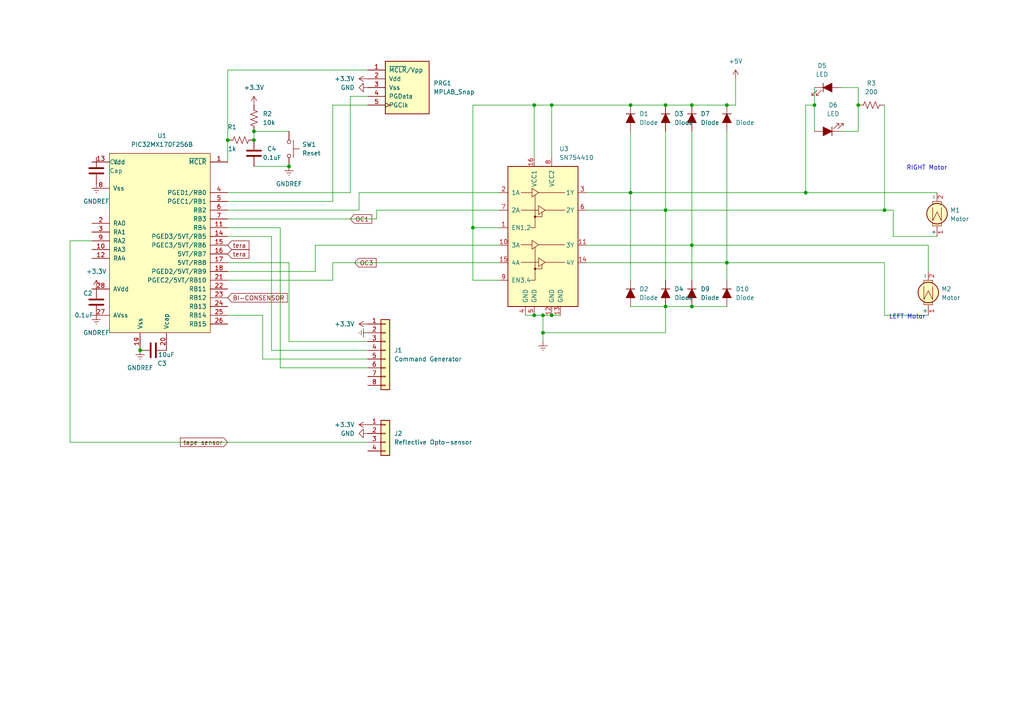
<source format=kicad_sch>
(kicad_sch (version 20230121) (generator eeschema)
  (paper "A4")
  (lib_symbols
    (symbol "ME218_BaseLib:Cap" (pin_numbers hide) (pin_names (offset 0.254))
      (property "Reference" "C" (at 0.635 2.54 0))
      (property "Value" "Cap" (at 0.635 -2.54 0))
      (symbol "Cap_0_1"
        (polyline (pts (xy -2.032 -0.762) (xy 2.032 -0.762)) (stroke (width 0.508)))
        (polyline (pts (xy -2.032 0.762) (xy 2.032 0.762)) (stroke (width 0.508)))
      )
      (symbol "Cap_1_1"
        (pin passive line (at 0 3.81 270) (length 2.794) (name "~") (number "1"))
        (pin passive line (at 0 -3.81 90) (length 2.794) (name "~") (number "2"))
      )
    )
    (symbol "ME218_BaseLib:Diode" (pin_numbers hide) (pin_names (offset 1.016) hide)
      (property "Reference" "D" (at 0 2.54 0))
      (property "Value" "Diode" (at 0 -2.54 0))
      (symbol "Diode_0_1"
        (polyline (pts (xy -1.27 1.27) (xy -1.27 -1.27)) (stroke (width 0.2032)))
        (polyline (pts (xy 1.27 0) (xy -1.27 0)))
        (polyline (pts (xy 1.27 1.27) (xy 1.27 -1.27) (xy -1.27 0) (xy 1.27 1.27)) (stroke (width 0.2032)) (fill (type outline)))
      )
      (symbol "Diode_1_1"
        (pin passive line (at -3.81 0 0) (length 2.54) (name "K") (number "1"))
        (pin passive line (at 3.81 0 180) (length 2.54) (name "A") (number "2"))
      )
    )
    (symbol "ME218_BaseLib:L293NE" (pin_names (offset 1.016))
      (property "Reference" "U" (at -5.08 26.035 0))
      (property "Value" "L293NE" (at -5.08 24.13 0))
      (symbol "L293NE_0_1"
        (rectangle (start -10.16 22.86) (end 10.16 -17.78) (stroke (width 0.254)) (fill (type background)))
        (circle (center -2.286 -6.858) (radius 0.254) (fill (type outline)))
        (circle (center -2.286 8.255) (radius 0.254) (fill (type outline)))
        (polyline (pts (xy -6.35 -4.953) (xy -1.27 -4.953)))
        (polyline (pts (xy -6.35 0.127) (xy -3.175 0.127)))
        (polyline (pts (xy -6.35 10.16) (xy -1.27 10.16)))
        (polyline (pts (xy -6.35 15.24) (xy -3.175 15.24)))
        (polyline (pts (xy -1.27 0.127) (xy 6.35 0.127)))
        (polyline (pts (xy -1.27 15.24) (xy 6.35 15.24)))
        (polyline (pts (xy 0.635 -4.953) (xy 6.35 -4.953)))
        (polyline (pts (xy 0.635 10.16) (xy 6.35 10.16)))
        (polyline (pts (xy -2.286 -6.858) (xy -0.254 -6.858) (xy -0.254 -5.588)))
        (polyline (pts (xy -2.286 -0.635) (xy -2.286 -10.16) (xy -3.556 -10.16)))
        (polyline (pts (xy -2.286 8.255) (xy -0.254 8.255) (xy -0.254 9.525)))
        (polyline (pts (xy -2.286 14.478) (xy -2.286 5.08) (xy -3.556 5.08)))
        (polyline (pts (xy -3.175 1.397) (xy -3.175 -1.143) (xy -1.27 0.127) (xy -3.175 1.397)))
        (polyline (pts (xy -3.175 16.51) (xy -3.175 13.97) (xy -1.27 15.24) (xy -3.175 16.51)))
        (polyline (pts (xy -1.27 -3.683) (xy -1.27 -6.223) (xy 0.635 -4.953) (xy -1.27 -3.683)))
        (polyline (pts (xy -1.27 11.43) (xy -1.27 8.89) (xy 0.635 10.16) (xy -1.27 11.43)))
      )
      (symbol "L293NE_1_1"
        (pin input line (at -12.7 5.08 0) (length 2.54) (name "EN1,2") (number "1"))
        (pin input line (at -12.7 0 0) (length 2.54) (name "3A") (number "10"))
        (pin output line (at 12.7 0 180) (length 2.54) (name "3Y") (number "11"))
        (pin power_in line (at 2.54 -20.32 90) (length 2.54) (name "GND") (number "12"))
        (pin power_in line (at 5.08 -20.32 90) (length 2.54) (name "GND") (number "13"))
        (pin output line (at 12.7 -5.08 180) (length 2.54) (name "4Y") (number "14"))
        (pin input line (at -12.7 -5.08 0) (length 2.54) (name "4A") (number "15"))
        (pin power_in line (at -2.54 25.4 270) (length 2.54) (name "VCC1") (number "16"))
        (pin input line (at -12.7 15.24 0) (length 2.54) (name "1A") (number "2"))
        (pin output line (at 12.7 15.24 180) (length 2.54) (name "1Y") (number "3"))
        (pin power_in line (at -5.08 -20.32 90) (length 2.54) (name "GND") (number "4"))
        (pin power_in line (at -2.54 -20.32 90) (length 2.54) (name "GND") (number "5"))
        (pin output line (at 12.7 10.16 180) (length 2.54) (name "2Y") (number "6"))
        (pin input line (at -12.7 10.16 0) (length 2.54) (name "2A") (number "7"))
        (pin power_in line (at 2.54 25.4 270) (length 2.54) (name "VCC2") (number "8"))
        (pin input line (at -12.7 -10.16 0) (length 2.54) (name "EN3,4") (number "9"))
      )
    )
    (symbol "ME218_BaseLib:LED" (pin_numbers hide) (pin_names (offset 1.016) hide)
      (property "Reference" "D" (at 0 2.54 0))
      (property "Value" "LED" (at 0 -2.54 0))
      (symbol "LED_0_1"
        (polyline (pts (xy -1.27 -1.27) (xy -1.27 1.27)) (stroke (width 0.2032)))
        (polyline (pts (xy -1.27 0) (xy 1.27 0)))
        (polyline (pts (xy 1.27 -1.27) (xy 1.27 1.27) (xy -1.27 0) (xy 1.27 -1.27)) (stroke (width 0.2032)) (fill (type outline)))
        (polyline (pts (xy -3.048 -0.762) (xy -4.572 -2.286) (xy -3.81 -2.286) (xy -4.572 -2.286) (xy -4.572 -1.524)))
        (polyline (pts (xy -1.778 -0.762) (xy -3.302 -2.286) (xy -2.54 -2.286) (xy -3.302 -2.286) (xy -3.302 -1.524)))
      )
      (symbol "LED_1_1"
        (pin passive line (at -3.81 0 0) (length 2.54) (name "K") (number "1"))
        (pin passive line (at 3.81 0 180) (length 2.54) (name "A") (number "2"))
      )
    )
    (symbol "ME218_BaseLib:MPLAB_Snap" (pin_names (offset 1.016))
      (property "Reference" "PRG" (at 0 8.89 0))
      (property "Value" "MPLAB_Snap" (at 8.89 1.27 90))
      (symbol "MPLAB_Snap_0_1"
        (rectangle (start -6.35 7.62) (end 6.35 -7.62) (stroke (width 0.254)) (fill (type background)))
      )
      (symbol "MPLAB_Snap_1_1"
        (pin output line (at -11.43 5.08 0) (length 5.08) (name "~{MCLR}/Vpp") (number "1"))
        (pin input line (at -11.43 2.54 0) (length 5.08) (name "Vdd") (number "2"))
        (pin input line (at -11.43 0 0) (length 5.08) (name "Vss") (number "3"))
        (pin bidirectional line (at -11.43 -2.54 0) (length 5.08) (name "PGData") (number "4"))
        (pin output clock (at -11.43 -5.08 0) (length 5.08) (name "PGClk") (number "5"))
        (pin no_connect line (at -2.54 -11.43 0) (length 5.08) hide (name "NC") (number "6"))
        (pin no_connect line (at -2.54 -13.97 0) (length 5.08) hide (name "NC") (number "7"))
        (pin no_connect line (at -2.54 -16.51 0) (length 5.08) hide (name "NC") (number "8"))
      )
    )
    (symbol "ME218_BaseLib:Molex4" (pin_names (offset 1.016) hide)
      (property "Reference" "J" (at 0 5.08 0))
      (property "Value" "Molex4" (at 0 -7.62 0))
      (symbol "Molex4_1_1"
        (rectangle (start -1.27 -4.953) (end 0 -5.207) (stroke (width 0.1524)))
        (rectangle (start -1.27 -2.413) (end 0 -2.667) (stroke (width 0.1524)))
        (rectangle (start -1.27 0.127) (end 0 -0.127) (stroke (width 0.1524)))
        (rectangle (start -1.27 2.667) (end 0 2.413) (stroke (width 0.1524)))
        (rectangle (start -1.27 3.81) (end 1.27 -6.35) (stroke (width 0.254)) (fill (type background)))
        (pin passive line (at -5.08 2.54 0) (length 3.81) (name "Pin_1") (number "1"))
        (pin passive line (at -5.08 0 0) (length 3.81) (name "Pin_2") (number "2"))
        (pin passive line (at -5.08 -2.54 0) (length 3.81) (name "Pin_3") (number "3"))
        (pin passive line (at -5.08 -5.08 0) (length 3.81) (name "Pin_4") (number "4"))
      )
    )
    (symbol "ME218_BaseLib:Molex8" (pin_names (offset 1.016) hide)
      (property "Reference" "J" (at 0 10.16 0))
      (property "Value" "Molex8" (at 0 -12.7 0))
      (symbol "Molex8_1_1"
        (rectangle (start -1.27 -10.033) (end 0 -10.287) (stroke (width 0.1524)))
        (rectangle (start -1.27 -7.493) (end 0 -7.747) (stroke (width 0.1524)))
        (rectangle (start -1.27 -4.953) (end 0 -5.207) (stroke (width 0.1524)))
        (rectangle (start -1.27 -2.413) (end 0 -2.667) (stroke (width 0.1524)))
        (rectangle (start -1.27 0.127) (end 0 -0.127) (stroke (width 0.1524)))
        (rectangle (start -1.27 2.667) (end 0 2.413) (stroke (width 0.1524)))
        (rectangle (start -1.27 5.207) (end 0 4.953) (stroke (width 0.1524)))
        (rectangle (start -1.27 7.747) (end 0 7.493) (stroke (width 0.1524)))
        (rectangle (start -1.27 8.89) (end 1.27 -11.43) (stroke (width 0.254)) (fill (type background)))
        (pin passive line (at -5.08 7.62 0) (length 3.81) (name "Pin_1") (number "1"))
        (pin passive line (at -5.08 5.08 0) (length 3.81) (name "Pin_2") (number "2"))
        (pin passive line (at -5.08 2.54 0) (length 3.81) (name "Pin_3") (number "3"))
        (pin passive line (at -5.08 0 0) (length 3.81) (name "Pin_4") (number "4"))
        (pin passive line (at -5.08 -2.54 0) (length 3.81) (name "Pin_5") (number "5"))
        (pin passive line (at -5.08 -5.08 0) (length 3.81) (name "Pin_6") (number "6"))
        (pin passive line (at -5.08 -7.62 0) (length 3.81) (name "Pin_7") (number "7"))
        (pin passive line (at -5.08 -10.16 0) (length 3.81) (name "Pin_8") (number "8"))
      )
    )
    (symbol "ME218_BaseLib:Motor" (pin_names (offset 0))
      (property "Reference" "M" (at 2.54 2.54 0))
      (property "Value" "Motor" (at 2.54 -5.08 0))
      (symbol "Motor_0_0"
        (circle (center 0 -1.524) (radius 2.9718) (stroke (width 0.254)) (fill (type background)))
        (polyline (pts (xy -1.27 -4.318) (xy -1.27 -5.08) (xy 1.27 -5.08) (xy 1.27 -4.318)) (fill (type background)))
        (polyline (pts (xy -1.27 1.27) (xy -1.27 2.032) (xy 1.27 2.032) (xy 1.27 1.27)) (fill (type background)))
        (polyline (pts (xy -1.27 -3.302) (xy -1.27 0.508) (xy 0 -2.032) (xy 1.27 0.508) (xy 1.27 -3.302)))
      )
      (symbol "Motor_0_1"
        (polyline (pts (xy 0 2.032) (xy 0 2.54)))
      )
      (symbol "Motor_1_1"
        (pin passive line (at 0 5.08 270) (length 2.54) (name "+") (number "1"))
        (pin passive line (at 0 -7.62 90) (length 2.54) (name "-") (number "2"))
      )
    )
    (symbol "ME218_BaseLib:PIC32MX170F256B" (pin_names (offset 1.016))
      (property "Reference" "U" (at -20.32 25.4 0))
      (property "Value" "PIC32MX170F256B" (at -7.62 25.4 0))
      (symbol "PIC32MX170F256B_0_1"
        (rectangle (start -21.59 24.13) (end 7.62 -27.94) (fill (type background)))
      )
      (symbol "PIC32MX170F256B_1_1"
        (pin input line (at 12.7 21.59 180) (length 5.08) (name "~{MCLR}") (number "1"))
        (pin bidirectional line (at -26.67 -3.81 0) (length 5.08) (name "RA3") (number "10"))
        (pin bidirectional line (at 12.7 2.54 180) (length 5.08) (name "RB4") (number "11"))
        (pin bidirectional line (at -26.67 -6.35 0) (length 5.08) (name "RA4") (number "12"))
        (pin power_in line (at -26.67 21.59 0) (length 5.08) (name "Vdd") (number "13"))
        (pin bidirectional line (at 12.7 0 180) (length 5.08) (name "PGED3/5VT/RB5") (number "14"))
        (pin bidirectional line (at 12.7 -2.54 180) (length 5.08) (name "PGEC3/5VT/RB6") (number "15"))
        (pin bidirectional line (at 12.7 -5.08 180) (length 5.08) (name "5VT/RB7") (number "16"))
        (pin bidirectional line (at 12.7 -7.62 180) (length 5.08) (name "5VT/RB8") (number "17"))
        (pin bidirectional line (at 12.7 -10.16 180) (length 5.08) (name "PGED2/5VT/RB9") (number "18"))
        (pin power_in line (at -12.7 -33.02 90) (length 5.08) (name "Vss") (number "19"))
        (pin bidirectional line (at -26.67 3.81 0) (length 5.08) (name "RA0") (number "2"))
        (pin input line (at -5.08 -33.02 90) (length 5.08) (name "Vcap") (number "20"))
        (pin bidirectional line (at 12.7 -12.7 180) (length 5.08) (name "PGEC2/5VT/RB10") (number "21"))
        (pin bidirectional line (at 12.7 -15.24 180) (length 5.08) (name "RB11") (number "22"))
        (pin bidirectional line (at 12.7 -17.78 180) (length 5.08) (name "RB12") (number "23"))
        (pin bidirectional line (at 12.7 -20.32 180) (length 5.08) (name "RB13") (number "24"))
        (pin bidirectional line (at 12.7 -22.86 180) (length 5.08) (name "RB14") (number "25"))
        (pin bidirectional line (at 12.7 -25.4 180) (length 5.08) (name "RB15") (number "26"))
        (pin power_in line (at -26.67 -22.86 0) (length 5.08) (name "AVss") (number "27"))
        (pin power_in line (at -26.67 -15.24 0) (length 5.08) (name "AVdd") (number "28"))
        (pin bidirectional line (at -26.67 1.27 0) (length 5.08) (name "RA1") (number "3"))
        (pin bidirectional line (at 12.7 12.7 180) (length 5.08) (name "PGED1/RB0") (number "4"))
        (pin bidirectional line (at 12.7 10.16 180) (length 5.08) (name "PGEC1/RB1") (number "5"))
        (pin bidirectional line (at 12.7 7.62 180) (length 5.08) (name "RB2") (number "6"))
        (pin bidirectional line (at 12.7 5.08 180) (length 5.08) (name "RB3") (number "7"))
        (pin power_in line (at -26.67 13.97 0) (length 5.08) (name "Vss") (number "8"))
        (pin bidirectional line (at -26.67 -1.27 0) (length 5.08) (name "RA2") (number "9"))
      )
    )
    (symbol "ME218_BaseLib:Res1" (pin_numbers hide) (pin_names (offset 0))
      (property "Reference" "R" (at 2.54 0 90))
      (property "Value" "Res1" (at -2.54 0 90))
      (symbol "Res1_0_1"
        (polyline (pts (xy 0 -2.286) (xy 0 -2.54)))
        (polyline (pts (xy 0 2.286) (xy 0 2.54)))
        (polyline (pts (xy 0 -0.762) (xy 1.016 -1.143) (xy 0 -1.524) (xy -1.016 -1.905) (xy 0 -2.286)))
        (polyline (pts (xy 0 0.762) (xy 1.016 0.381) (xy 0 0) (xy -1.016 -0.381) (xy 0 -0.762)))
        (polyline (pts (xy 0 2.286) (xy 1.016 1.905) (xy 0 1.524) (xy -1.016 1.143) (xy 0 0.762)))
      )
      (symbol "Res1_1_1"
        (pin passive line (at 0 3.81 270) (length 1.27) (name "~") (number "1"))
        (pin passive line (at 0 -3.81 90) (length 1.27) (name "~") (number "2"))
      )
    )
    (symbol "ME218_BaseLib:SW_Push" (pin_numbers hide) (pin_names (offset 1.016) hide)
      (property "Reference" "SW" (at 1.27 2.54 0))
      (property "Value" "SW_Push" (at 0 -1.524 0))
      (symbol "SW_Push_0_1"
        (circle (center -2.032 0) (radius 0.508))
        (polyline (pts (xy 0 1.27) (xy 0 3.048)))
        (polyline (pts (xy 2.54 1.27) (xy -2.54 1.27)))
        (circle (center 2.032 0) (radius 0.508))
        (pin passive line (at -5.08 0 0) (length 2.54) (name "1") (number "1"))
        (pin passive line (at 5.08 0 180) (length 2.54) (name "2") (number "2"))
      )
    )
    (symbol "Res1_1" (pin_numbers hide) (pin_names (offset 0))
      (property "Reference" "R" (at 2.54 0 90))
      (property "Value" "Res1" (at -2.54 0 90))
      (symbol "Res1_1_0_1"
        (polyline (pts (xy 0 -2.286) (xy 0 -2.54)))
        (polyline (pts (xy 0 2.286) (xy 0 2.54)))
        (polyline (pts (xy 0 -0.762) (xy 1.016 -1.143) (xy 0 -1.524) (xy -1.016 -1.905) (xy 0 -2.286)))
        (polyline (pts (xy 0 0.762) (xy 1.016 0.381) (xy 0 0) (xy -1.016 -0.381) (xy 0 -0.762)))
        (polyline (pts (xy 0 2.286) (xy 1.016 1.905) (xy 0 1.524) (xy -1.016 1.143) (xy 0 0.762)))
      )
      (symbol "Res1_1_1_1"
        (pin passive line (at 0 3.81 270) (length 1.27) (name "~") (number "1"))
        (pin passive line (at 0 -3.81 90) (length 1.27) (name "~") (number "2"))
      )
    )
    (symbol "power:+3.3V" (power) (pin_names (offset 0))
      (property "Value" "+3.3V" (at 0 3.556 0))
      (symbol "+3.3V_0_1"
        (polyline (pts (xy -0.762 1.27) (xy 0 2.54)))
        (polyline (pts (xy 0 0) (xy 0 2.54)))
        (polyline (pts (xy 0 2.54) (xy 0.762 1.27)))
      )
      (symbol "+3.3V_1_1"
        (pin power_in line (at 0 0 90) (length 0) hide (name "+3.3V") (number "1"))
      )
    )
    (symbol "power:+5V" (power) (pin_names (offset 0))
      (property "Value" "+5V" (at 0 3.556 0))
      (symbol "+5V_0_1"
        (polyline (pts (xy -0.762 1.27) (xy 0 2.54)))
        (polyline (pts (xy 0 0) (xy 0 2.54)))
        (polyline (pts (xy 0 2.54) (xy 0.762 1.27)))
      )
      (symbol "+5V_1_1"
        (pin power_in line (at 0 0 90) (length 0) hide (name "+5V") (number "1"))
      )
    )
    (symbol "power:Earth" (power) (pin_names (offset 0))
      (symbol "Earth_0_1"
        (polyline (pts (xy -0.635 -1.905) (xy 0.635 -1.905)))
        (polyline (pts (xy -0.127 -2.54) (xy 0.127 -2.54)))
        (polyline (pts (xy 0 -1.27) (xy 0 0)))
        (polyline (pts (xy 1.27 -1.27) (xy -1.27 -1.27)))
      )
      (symbol "Earth_1_1"
        (pin power_in line (at 0 0 270) (length 0) hide (name "Earth") (number "1"))
      )
    )
    (symbol "power:GND" (power) (pin_names (offset 0))
      (property "Value" "GND" (at 0 -3.81 0))
      (symbol "GND_0_1"
        (polyline (pts (xy 0 0) (xy 0 -1.27) (xy 1.27 -1.27) (xy 0 -2.54) (xy -1.27 -1.27) (xy 0 -1.27)))
      )
      (symbol "GND_1_1"
        (pin power_in line (at 0 0 270) (length 0) hide (name "GND") (number "1"))
      )
    )
    (symbol "power:GNDREF" (power) (pin_names (offset 0))
      (property "Value" "GNDREF" (at 0 -3.81 0))
      (symbol "GNDREF_0_1"
        (polyline (pts (xy -0.635 -1.905) (xy 0.635 -1.905)))
        (polyline (pts (xy -0.127 -2.54) (xy 0.127 -2.54)))
        (polyline (pts (xy 0 -1.27) (xy 0 0)))
        (polyline (pts (xy 1.27 -1.27) (xy -1.27 -1.27)))
      )
      (symbol "GNDREF_1_1"
        (pin power_in line (at 0 0 270) (length 0) hide (name "GNDREF") (number "1"))
      )
    )
  )
  (junction (at 182.88 55.88))
  (junction (at 193.04 88.9))
  (junction (at 40.64 101.6))
  (junction (at 210.82 30.48))
  (junction (at 83.82 48.26))
  (junction (at 200.66 88.9))
  (junction (at 236.22 30.48))
  (junction (at 200.66 71.12))
  (junction (at 248.92 30.48))
  (junction (at 256.54 60.96))
  (junction (at 157.48 91.44))
  (junction (at 73.66 40.64))
  (junction (at 160.02 30.48))
  (junction (at 154.94 30.48))
  (junction (at 210.82 76.2))
  (junction (at 66.04 40.64))
  (junction (at 160.02 91.44))
  (junction (at 137.16 66.04))
  (junction (at 200.66 30.48))
  (junction (at 157.48 96.52))
  (junction (at 73.66 38.1))
  (junction (at 193.04 30.48))
  (junction (at 233.68 55.88))
  (junction (at 193.04 60.96))
  (junction (at 154.94 91.44))
  (junction (at 182.88 30.48))
  (wire (pts (xy 200.66 71.12) (xy 269.24 71.12)))
  (wire (pts (xy 104.14 60.96) (xy 66.04 60.96)))
  (wire (pts (xy 104.14 55.88) (xy 104.14 60.96)))
  (wire (pts (xy 256.54 76.2) (xy 256.54 91.44)))
  (wire (pts (xy 269.24 71.12) (xy 269.24 78.74)))
  (wire (pts (xy 154.94 45.72) (xy 154.94 30.48)))
  (wire (pts (xy 101.6 27.94) (xy 106.68 27.94)))
  (wire (pts (xy 83.82 48.26) (xy 73.66 48.26)))
  (wire (pts (xy 170.18 55.88) (xy 182.88 55.88)))
  (wire (pts (xy 76.2 104.14) (xy 76.2 91.44)))
  (wire (pts (xy 233.68 30.48) (xy 233.68 55.88)))
  (wire (pts (xy 236.22 30.48) (xy 233.68 30.48)))
  (wire (pts (xy 137.16 66.04) (xy 137.16 81.28)))
  (wire (pts (xy 256.54 30.48) (xy 256.54 60.96)))
  (wire (pts (xy 210.82 38.1) (xy 210.82 76.2)))
  (wire (pts (xy 157.48 91.44) (xy 157.48 96.52)))
  (wire (pts (xy 256.54 60.96) (xy 259.08 60.96)))
  (wire (pts (xy 96.52 30.48) (xy 96.52 58.42)))
  (wire (pts (xy 243.84 38.1) (xy 248.92 38.1)))
  (wire (pts (xy 109.22 63.5) (xy 66.04 63.5)))
  (wire (pts (xy 256.54 91.44) (xy 269.24 91.44)))
  (wire (pts (xy 259.08 68.58) (xy 271.78 68.58)))
  (wire (pts (xy 73.66 38.1) (xy 83.82 38.1)))
  (wire (pts (xy 106.68 101.6) (xy 78.74 101.6)))
  (wire (pts (xy 248.92 38.1) (xy 248.92 30.48)))
  (wire (pts (xy 106.68 30.48) (xy 96.52 30.48)))
  (wire (pts (xy 106.68 99.06) (xy 83.82 99.06)))
  (wire (pts (xy 182.88 55.88) (xy 182.88 81.28)))
  (wire (pts (xy 66.04 55.88) (xy 101.6 55.88)))
  (wire (pts (xy 104.14 55.88) (xy 144.78 55.88)))
  (wire (pts (xy 144.78 81.28) (xy 137.16 81.28)))
  (wire (pts (xy 182.88 88.9) (xy 193.04 88.9)))
  (wire (pts (xy 200.66 71.12) (xy 200.66 81.28)))
  (wire (pts (xy 193.04 88.9) (xy 200.66 88.9)))
  (wire (pts (xy 66.04 40.64) (xy 66.04 20.32)))
  (wire (pts (xy 96.52 58.42) (xy 66.04 58.42)))
  (wire (pts (xy 182.88 30.48) (xy 193.04 30.48)))
  (wire (pts (xy 236.22 30.48) (xy 236.22 38.1)))
  (wire (pts (xy 193.04 88.9) (xy 193.04 96.52)))
  (wire (pts (xy 157.48 91.44) (xy 160.02 91.44)))
  (wire (pts (xy 66.04 68.58) (xy 78.74 68.58)))
  (wire (pts (xy 193.04 30.48) (xy 200.66 30.48)))
  (wire (pts (xy 101.6 55.88) (xy 101.6 27.94)))
  (wire (pts (xy 160.02 30.48) (xy 160.02 45.72)))
  (wire (pts (xy 109.22 60.96) (xy 144.78 60.96)))
  (wire (pts (xy 78.74 68.58) (xy 78.74 101.6)))
  (wire (pts (xy 83.82 76.2) (xy 66.04 76.2)))
  (wire (pts (xy 154.94 30.48) (xy 160.02 30.48)))
  (wire (pts (xy 182.88 55.88) (xy 233.68 55.88)))
  (wire (pts (xy 233.68 55.88) (xy 271.78 55.88)))
  (wire (pts (xy 106.68 106.68) (xy 81.28 106.68)))
  (wire (pts (xy 96.52 81.28) (xy 66.04 81.28)))
  (wire (pts (xy 20.32 128.27) (xy 20.32 69.85)))
  (wire (pts (xy 96.52 76.2) (xy 96.52 81.28)))
  (wire (pts (xy 137.16 30.48) (xy 137.16 66.04)))
  (wire (pts (xy 76.2 91.44) (xy 66.04 91.44)))
  (wire (pts (xy 200.66 38.1) (xy 200.66 71.12)))
  (wire (pts (xy 193.04 60.96) (xy 193.04 81.28)))
  (wire (pts (xy 91.44 78.74) (xy 66.04 78.74)))
  (wire (pts (xy 152.4 91.44) (xy 154.94 91.44)))
  (wire (pts (xy 73.66 40.64) (xy 73.66 38.1)))
  (wire (pts (xy 66.04 40.64) (xy 66.04 46.99)))
  (wire (pts (xy 248.92 25.4) (xy 248.92 30.48)))
  (wire (pts (xy 20.32 69.85) (xy 26.67 69.85)))
  (wire (pts (xy 144.78 66.04) (xy 137.16 66.04)))
  (wire (pts (xy 160.02 30.48) (xy 182.88 30.48)))
  (wire (pts (xy 106.68 128.27) (xy 20.32 128.27)))
  (wire (pts (xy 160.02 91.44) (xy 162.56 91.44)))
  (wire (pts (xy 210.82 76.2) (xy 256.54 76.2)))
  (wire (pts (xy 144.78 76.2) (xy 96.52 76.2)))
  (wire (pts (xy 243.84 25.4) (xy 248.92 25.4)))
  (wire (pts (xy 213.36 22.86) (xy 213.36 30.48)))
  (wire (pts (xy 193.04 96.52) (xy 157.48 96.52)))
  (wire (pts (xy 170.18 76.2) (xy 210.82 76.2)))
  (wire (pts (xy 200.66 30.48) (xy 210.82 30.48)))
  (wire (pts (xy 157.48 96.52) (xy 157.48 99.06)))
  (wire (pts (xy 154.94 91.44) (xy 157.48 91.44)))
  (wire (pts (xy 200.66 88.9) (xy 210.82 88.9)))
  (wire (pts (xy 193.04 60.96) (xy 256.54 60.96)))
  (wire (pts (xy 144.78 71.12) (xy 91.44 71.12)))
  (wire (pts (xy 193.04 38.1) (xy 193.04 60.96)))
  (wire (pts (xy 170.18 71.12) (xy 200.66 71.12)))
  (wire (pts (xy 83.82 99.06) (xy 83.82 76.2)))
  (wire (pts (xy 170.18 60.96) (xy 193.04 60.96)))
  (wire (pts (xy 81.28 66.04) (xy 81.28 106.68)))
  (wire (pts (xy 210.82 30.48) (xy 213.36 30.48)))
  (wire (pts (xy 66.04 20.32) (xy 106.68 20.32)))
  (wire (pts (xy 236.22 25.4) (xy 236.22 30.48)))
  (wire (pts (xy 81.28 66.04) (xy 66.04 66.04)))
  (wire (pts (xy 182.88 38.1) (xy 182.88 55.88)))
  (wire (pts (xy 259.08 60.96) (xy 259.08 68.58)))
  (wire (pts (xy 210.82 76.2) (xy 210.82 81.28)))
  (wire (pts (xy 106.68 104.14) (xy 76.2 104.14)))
  (wire (pts (xy 91.44 71.12) (xy 91.44 78.74)))
  (wire (pts (xy 109.22 60.96) (xy 109.22 63.5)))
  (wire (pts (xy 137.16 30.48) (xy 154.94 30.48)))
  (text "LEFT Motor" (at 257.81 92.71 0) (effects (font (size 1.27 1.27)) (justify left bottom)))
  (text "RIGHT Motor" (at 262.89 49.53 0) (effects (font (size 1.27 1.27)) (justify left bottom)))
  (global_label "tera" (shape input) (at 66.04 71.12 0) (property "Intersheetrefs" "${INTERSHEET_REFS}" (effects hide)))
  (global_label "OC3" (shape input) (at 102.87 76.2 0) (property "Intersheetrefs" "${INTERSHEET_REFS}" (effects hide)))
  (global_label "tape sensor" (shape input) (at 66.04 128.27 180) (property "Intersheetrefs" "${INTERSHEET_REFS}" (effects hide)))
  (global_label "BI-CONSENSOR" (shape input) (at 66.04 86.36 0) (property "Intersheetrefs" "${INTERSHEET_REFS}" (effects hide)))
  (global_label "tera" (shape input) (at 66.04 73.66 0) (property "Intersheetrefs" "${INTERSHEET_REFS}" (effects hide)))
  (global_label "OC1" (shape input) (at 101.6 63.5 0) (property "Intersheetrefs" "${INTERSHEET_REFS}" (effects hide)))
  (symbol (lib_id "ME218_BaseLib:SW_Push") (at 83.82 43.18 270) (unit 1)
    (property "Reference" "SW1" (at 87.63 41.9099 90) (effects (justify left)))
    (property "Value" "Reset" (at 87.63 44.4499 90) (effects (justify left)))
  )
  (symbol (lib_id "ME218_BaseLib:Diode") (at 200.66 34.29 270) (unit 1)
    (property "Reference" "D7" (at 203.2 33.02 90) (effects (justify left)))
    (property "Value" "Diode" (at 203.2 35.56 90) (effects (justify left)))
  )
  (symbol (lib_id "power:+3.3V") (at 106.68 123.19 90) (unit 1)
    (property "Reference" "#PWR09" (effects hide))
    (property "Value" "+3.3V" (at 102.87 123.19 90) (effects (justify left)))
  )
  (symbol (lib_id "power:+3.3V") (at 106.68 93.98 90) (unit 1)
    (property "Reference" "#PWR01" (effects hide))
    (property "Value" "+3.3V" (at 102.87 93.98 90) (effects (justify left)))
  )
  (symbol (lib_id "ME218_BaseLib:Diode") (at 200.66 85.09 270) (unit 1)
    (property "Reference" "D9" (at 203.2 83.82 90) (effects (justify left)))
    (property "Value" "Diode" (at 203.2 86.36 90) (effects (justify left)))
  )
  (symbol (lib_id "power:GNDREF") (at 40.64 101.6 0) (unit 1)
    (property "Reference" "#PWR06" (effects hide))
    (property "Value" "GNDREF" (at 40.64 106.68 0))
  )
  (symbol (lib_id "power:+3.3V") (at 106.68 22.86 90) (unit 1)
    (property "Reference" "#PWR012" (effects hide))
    (property "Value" "+3.3V" (at 102.87 22.86 90) (effects (justify left)))
  )
  (symbol (lib_id "power:GND") (at 106.68 25.4 270) (unit 1)
    (property "Reference" "#PWR013" (effects hide))
    (property "Value" "GND" (at 102.87 25.4 90) (effects (justify right)))
  )
  (symbol (lib_id "ME218_BaseLib:Cap") (at 73.66 44.45 0) (unit 1)
    (property "Reference" "C4" (at 77.47 43.1799 0) (effects (justify left)))
    (property "Value" "0.1uF" (at 76.2 45.72 0) (effects (justify left)))
  )
  (symbol (lib_id "ME218_BaseLib:LED") (at 240.03 38.1 180) (unit 1)
    (property "Reference" "D6" (at 241.6302 30.48 0))
    (property "Value" "LED" (at 241.6302 33.02 0))
  )
  (symbol (lib_id "ME218_BaseLib:Cap") (at 27.94 87.63 0) (unit 1)
    (property "Reference" "C2" (at 24.13 85.09 0) (effects (justify left)))
    (property "Value" "0.1uF" (at 21.59 91.44 0) (effects (justify left)))
  )
  (symbol (lib_id "ME218_BaseLib:Diode") (at 210.82 85.09 270) (unit 1)
    (property "Reference" "D10" (at 213.36 83.82 90) (effects (justify left)))
    (property "Value" "Diode" (at 213.36 86.36 90) (effects (justify left)))
  )
  (symbol (lib_id "ME218_BaseLib:Molex8") (at 111.76 101.6 0) (unit 1)
    (property "Reference" "J1" (at 114.3 101.6 0) (effects (justify left)))
    (property "Value" "Command Generator" (at 114.3 104.14 0) (effects (justify left)))
  )
  (symbol (lib_id "power:+3.3V") (at 27.94 83.82 0) (unit 1)
    (property "Reference" "#PWR03" (effects hide))
    (property "Value" "+3.3V" (at 27.94 78.74 0))
  )
  (symbol (lib_id "ME218_BaseLib:Diode") (at 182.88 85.09 270) (unit 1)
    (property "Reference" "D2" (at 185.42 83.82 90) (effects (justify left)))
    (property "Value" "Diode" (at 185.42 86.36 90) (effects (justify left)))
  )
  (symbol (lib_id "power:GNDREF") (at 27.94 91.44 0) (unit 1)
    (property "Reference" "#PWR04" (effects hide))
    (property "Value" "GNDREF" (at 27.94 96.52 0))
  )
  (symbol (lib_id "ME218_BaseLib:Cap") (at 44.45 101.6 90) (unit 1)
    (property "Reference" "C3" (at 46.99 105.41 90))
    (property "Value" "10uF" (at 48.26 102.87 90))
  )
  (symbol (lib_id "power:GNDREF") (at 27.94 53.34 0) (unit 1)
    (property "Reference" "#PWR02" (effects hide))
    (property "Value" "GNDREF" (at 27.94 58.42 0))
  )
  (symbol (lib_id "ME218_BaseLib:Molex4") (at 111.76 125.73 0) (unit 1)
    (property "Reference" "J2" (at 114.3 125.73 0) (effects (justify left)))
    (property "Value" "Reflective Opto-sensor" (at 114.3 128.27 0) (effects (justify left)))
  )
  (symbol (lib_id "ME218_BaseLib:LED") (at 240.03 25.4 0) (unit 1)
    (property "Reference" "D5" (at 238.4298 19.05 0))
    (property "Value" "LED" (at 238.4298 21.59 0))
  )
  (symbol (lib_id "ME218_BaseLib:Diode") (at 210.82 34.29 270) (unit 1)
    (property "Reference" "D8" (effects hide))
    (property "Value" "Diode" (at 213.36 35.56 90) (effects (justify left)))
  )
  (symbol (lib_id "power:Earth") (at 157.48 99.06 0) (unit 1)
    (property "Reference" "#PWR011" (effects hide))
    (property "Value" "Earth" (effects hide))
  )
  (symbol (lib_id "power:GND") (at 106.68 125.73 270) (unit 1)
    (property "Reference" "#PWR010" (effects hide))
    (property "Value" "GND" (at 102.87 125.73 90) (effects (justify right)))
  )
  (symbol (lib_id "ME218_BaseLib:MPLAB_Snap") (at 118.11 25.4 0) (unit 1)
    (property "Reference" "PRG1" (at 125.73 24.13 0) (effects (justify left)))
    (property "Value" "MPLAB_Snap" (at 125.73 26.67 0) (effects (justify left)))
  )
  (symbol (lib_id "ME218_BaseLib:Motor") (at 271.78 63.5 180) (unit 1)
    (property "Reference" "M1" (at 275.59 60.96 0) (effects (justify right)))
    (property "Value" "Motor" (at 275.59 63.5 0) (effects (justify right)))
  )
  (symbol (lib_id "ME218_BaseLib:L293NE") (at 157.48 71.12 0) (unit 1)
    (property "Reference" "U3" (at 162.2141 43.18 0) (effects (justify left)))
    (property "Value" "SN754410" (at 162.2141 45.72 0) (effects (justify left)))
    (property "Footprint" "Package_DIP:DIP-16_W7.62mm" (effects hide))
  )
  (symbol (lib_id "power:GNDREF") (at 83.82 48.26 0) (unit 1)
    (property "Reference" "#PWR08" (effects hide))
    (property "Value" "GNDREF" (at 83.82 53.34 0))
  )
  (symbol (lib_id "ME218_BaseLib:Diode") (at 193.04 85.09 270) (unit 1)
    (property "Reference" "D4" (at 195.58 83.82 90) (effects (justify left)))
    (property "Value" "Diode" (at 195.58 86.36 90) (effects (justify left)))
  )
  (symbol (lib_id "power:+5V") (at 213.36 22.86 0) (unit 1)
    (property "Reference" "#PWR014" (effects hide))
    (property "Value" "+5V" (at 213.36 17.78 0))
  )
  (symbol (lib_id "power:Earth") (at 106.68 96.52 270) (unit 1)
    (property "Reference" "#PWR05" (effects hide))
    (property "Value" "Earth" (effects hide))
  )
  (symbol (lib_id "power:+3.3V") (at 73.66 30.48 0) (unit 1)
    (property "Reference" "#PWR07" (effects hide))
    (property "Value" "+3.3V" (at 73.66 25.4 0))
  )
  (symbol (lib_id "ME218_BaseLib:Diode") (at 193.04 34.29 270) (unit 1)
    (property "Reference" "D3" (at 195.58 33.02 90) (effects (justify left)))
    (property "Value" "Diode" (at 195.58 35.56 90) (effects (justify left)))
  )
  (symbol (lib_id "ME218_BaseLib:Motor") (at 269.24 86.36 180) (unit 1)
    (property "Reference" "M2" (at 273.05 83.82 0) (effects (justify right)))
    (property "Value" "Motor" (at 273.05 86.36 0) (effects (justify right)))
  )
  (symbol (lib_id "ME218_BaseLib:PIC32MX170F256B") (at 53.34 68.58 0) (unit 1)
    (property "Reference" "U1" (at 46.99 39.37 0))
    (property "Value" "PIC32MX170F256B" (at 46.99 41.91 0))
  )
  (symbol (lib_id "ME218_BaseLib:Diode") (at 182.88 34.29 270) (unit 1)
    (property "Reference" "D1" (at 185.42 33.02 90) (effects (justify left)))
    (property "Value" "Diode" (at 185.42 35.56 90) (effects (justify left)))
  )
  (symbol (lib_id "ME218_BaseLib:Res1") (at 73.66 34.29 180) (unit 1)
    (property "Reference" "R2" (at 76.2 33.0199 0) (effects (justify right)))
    (property "Value" "10k" (at 76.2 35.5599 0) (effects (justify right)))
  )
  (symbol (lib_id "ME218_BaseLib:Cap") (at 27.94 49.53 0) (unit 1)
    (property "Reference" "C1" (at 31.75 46.99 0) (effects (justify left)))
    (property "Value" "Cap" (at 31.75 49.53 0) (effects (justify left)))
  )
  (symbol (lib_name "Res1_1") (lib_id "ME218_BaseLib:Res1") (at 252.73 30.48 90) (unit 1)
    (property "Reference" "R3" (at 252.73 24.13 90))
    (property "Value" "200" (at 252.73 26.67 90))
  )
  (symbol (lib_id "ME218_BaseLib:Res1") (at 69.85 40.64 90) (unit 1)
    (property "Reference" "R1" (at 67.31 36.83 90))
    (property "Value" "1k" (at 67.31 43.18 90))
  )
)
</source>
